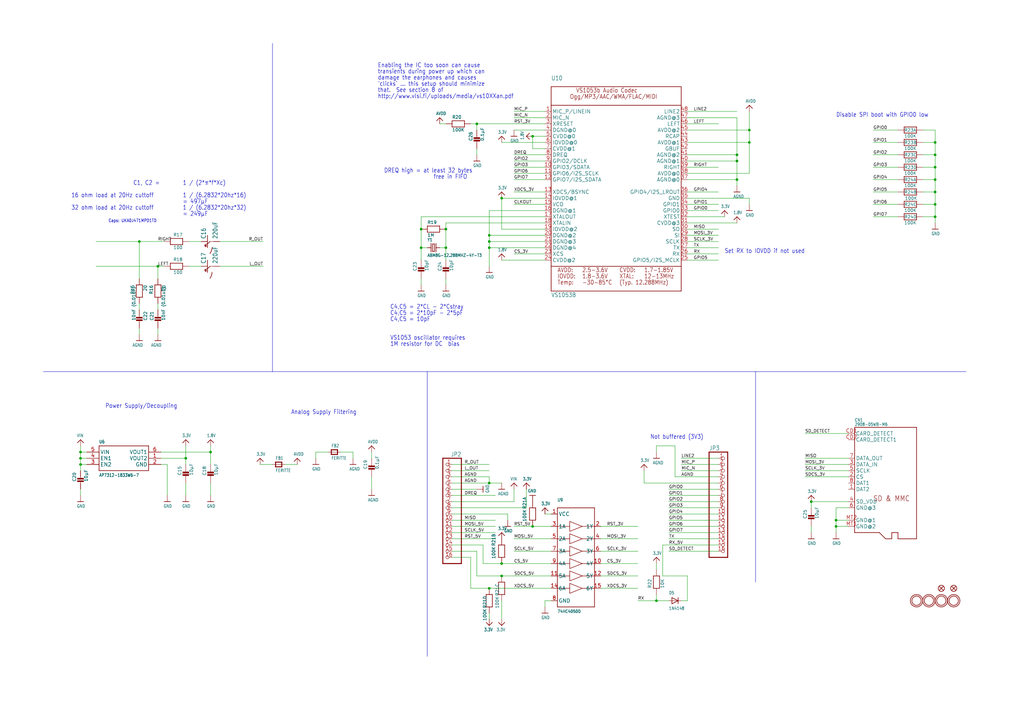
<source format=kicad_sch>
(kicad_sch (version 20250114) (generator "eeschema") (generator_version "9.0")
  (paper "A3")
  (text "Set RX to IOVDD if not used" (at 297.18 104.14 0) (effects (font (size 1.778 1.5113)) (justify left bottom)))
  (text "= 249µF" (at 74.93 88.9 0) (effects (font (size 1.778 1.5113)) (justify left bottom)))
  (text "1M resistor for DC  bias" (at 160.02 142.24 0) (effects (font (size 1.778 1.5113)) (justify left bottom)))
  (text "VS1053 oscillator requires" (at 160.02 139.7 0) (effects (font (size 1.778 1.5113)) (justify left bottom)))
  (text "'clicks' ... this setup should minimize" (at 154.94 35.56 0) (effects (font (size 1.778 1.5113)) (justify left bottom)))
  (text "C1, C2 =" (at 54.61 76.2 0) (effects (font (size 1.778 1.5113)) (justify left bottom)))
  (text "free in FIFO" (at 177.8 73.66 0) (effects (font (size 1.778 1.5113)) (justify left bottom)))
  (text "transients during power up which can" (at 154.94 30.48 0) (effects (font (size 1.778 1.5113)) (justify left bottom)))
  (text "16 ohm load at 20Hz cuttoff" (at 29.21 81.28 0) (effects (font (size 1.778 1.5113)) (justify left bottom)))
  (text "C4,C5 = 2*CL - 2*Cstray" (at 160.02 127 0) (effects (font (size 1.778 1.5113)) (justify left bottom)))
  (text "C4,C5 = 10pF" (at 160.02 132.08 0) (effects (font (size 1.778 1.5113)) (justify left bottom)))
  (text "Analog Supply Filtering" (at 119.38 170.18 0) (effects (font (size 1.778 1.5113)) (justify left bottom)))
  (text "http://www.vlsi.fi/uploads/media/vs10XXan.pdf" (at 154.94 40.64 0) (effects (font (size 1.778 1.5113)) (justify left bottom)))
  (text "1 / (6.2832*20hz*32)" (at 74.93 86.36 0) (effects (font (size 1.778 1.5113)) (justify left bottom)))
  (text "1 / (2*π*f*Xc)" (at 74.93 76.2 0) (effects (font (size 1.778 1.5113)) (justify left bottom)))
  (text "= 497µF" (at 74.93 83.82 0) (effects (font (size 1.778 1.5113)) (justify left bottom)))
  (text "C4,C5 = 2*10pF - 2*5pF" (at 160.02 129.54 0) (effects (font (size 1.778 1.5113)) (justify left bottom)))
  (text "damage the earphones and causes" (at 154.94 33.02 0) (effects (font (size 1.778 1.5113)) (justify left bottom)))
  (text "DREQ high = at least 32 bytes" (at 157.48 71.12 0) (effects (font (size 1.778 1.5113)) (justify left bottom)))
  (text "Not buffered (3V3)~{}" (at 266.7 180.34 0) (effects (font (size 1.778 1.5113)) (justify left bottom)))
  (text "1 / (6.2832*20hz*16)" (at 74.93 81.28 0) (effects (font (size 1.778 1.5113)) (justify left bottom)))
  (text "that.  See section 8 of" (at 154.94 38.1 0) (effects (font (size 1.778 1.5113)) (justify left bottom)))
  (text "Caps: UKA0J471MPD1TD" (at 44.45 91.44 0) (effects (font (size 1.27 1.0795)) (justify left bottom)))
  (text "Enabling the IC too soon can cause" (at 154.94 27.94 0) (effects (font (size 1.778 1.5113)) (justify left bottom)))
  (text "32 ohm load at 20Hz cuttoff" (at 29.21 86.36 0) (effects (font (size 1.778 1.5113)) (justify left bottom)))
  (text "Disable SPI boot with GPIO0 low" (at 342.9 48.26 0) (effects (font (size 1.778 1.5113)) (justify left bottom)))
  (text "Power Supply/Decoupling" (at 43.18 167.64 0) (effects (font (size 1.778 1.5113)) (justify left bottom)))
  (junction (at 342.9 215.9))
  (junction (at 64.77 109.22))
  (junction (at 302.26 73.66))
  (junction (at 205.74 236.22))
  (junction (at 76.2 187.96))
  (junction (at 302.26 66.04))
  (junction (at 307.34 53.34))
  (junction (at 383.54 78.74))
  (junction (at 307.34 58.42))
  (junction (at 383.54 83.82))
  (junction (at 200.66 96.52))
  (junction (at 269.24 246.38))
  (junction (at 200.66 241.3))
  (junction (at 172.72 101.6))
  (junction (at 342.9 213.36))
  (junction (at 218.44 55.88))
  (junction (at 332.74 205.74))
  (junction (at 182.88 101.6))
  (junction (at 33.02 190.5))
  (junction (at 218.44 215.9))
  (junction (at 200.66 198.12))
  (junction (at 86.36 185.42))
  (junction (at 302.26 63.5))
  (junction (at 383.54 88.9))
  (junction (at 33.02 185.42))
  (junction (at 195.58 50.8))
  (junction (at 383.54 58.42))
  (junction (at 205.74 81.28))
  (junction (at 383.54 73.66))
  (junction (at 172.72 93.98))
  (junction (at 33.02 187.96))
  (junction (at 57.15 99.06))
  (junction (at 182.88 93.98))
  (junction (at 383.54 68.58))
  (junction (at 200.66 101.6))
  (junction (at 200.66 99.06))
  (junction (at 383.54 63.5))
  (junction (at 205.74 231.14))
  (wire (pts (xy 200.66 86.36) (xy 200.66 96.52)) (stroke (width 0.1524)))
  (wire (pts (xy 281.94 106.68) (xy 294.64 106.68)) (stroke (width 0.1524)))
  (wire (pts (xy 200.66 195.58) (xy 200.66 198.12)) (stroke (width 0.1524)))
  (wire (pts (xy 185.42 215.9) (xy 203.2 215.9)) (stroke (width 0.1524)))
  (wire (pts (xy 185.42 203.2) (xy 203.2 203.2)) (stroke (width 0.1524)))
  (wire (pts (xy 76.2 187.96) (xy 76.2 190.5)) (stroke (width 0.1524)))
  (wire (pts (xy 271.78 236.22) (xy 271.78 223.52)) (stroke (width 0.1524)))
  (wire (pts (xy 226.06 220.98) (xy 210.82 220.98)) (stroke (width 0.1524)))
  (wire (pts (xy 378.46 53.34) (xy 383.54 53.34)) (stroke (width 0.1524)))
  (wire (pts (xy 368.3 63.5) (xy 358.14 63.5)) (stroke (width 0.1524)))
  (wire (pts (xy 302.26 63.5) (xy 302.26 66.04)) (stroke (width 0.1524)))
  (wire (pts (xy 347.98 187.96) (xy 330.2 187.96)) (stroke (width 0.1524)))
  (wire (pts (xy 205.74 236.22) (xy 195.58 236.22)) (stroke (width 0.1524)))
  (wire (pts (xy 302.26 66.04) (xy 302.26 73.66)) (stroke (width 0.1524)))
  (wire (pts (xy 223.52 45.72) (xy 210.82 45.72)) (stroke (width 0.1524)))
  (wire (pts (xy 358.14 78.74) (xy 368.3 78.74)) (stroke (width 0.1524)))
  (wire (pts (xy 200.66 99.06) (xy 200.66 101.6)) (stroke (width 0.1524)))
  (wire (pts (xy 368.3 83.82) (xy 358.14 83.82)) (stroke (width 0.1524)))
  (wire (pts (xy 383.54 53.34) (xy 383.54 58.42)) (stroke (width 0.1524)))
  (wire (pts (xy 66.04 190.5) (xy 68.58 190.5)) (stroke (width 0.1524)))
  (wire (pts (xy 358.14 53.34) (xy 368.3 53.34)) (stroke (width 0.1524)))
  (wire (pts (xy 294.64 226.06) (xy 274.32 226.06)) (stroke (width 0.1524)))
  (wire (pts (xy 223.52 83.82) (xy 210.82 83.82)) (stroke (width 0.1524)))
  (wire (pts (xy 358.14 58.42) (xy 368.3 58.42)) (stroke (width 0.1524)))
  (wire (pts (xy 281.94 99.06) (xy 294.64 99.06)) (stroke (width 0.1524)))
  (wire (pts (xy 378.46 83.82) (xy 383.54 83.82)) (stroke (width 0.1524)))
  (wire (pts (xy 281.94 83.82) (xy 294.64 83.82)) (stroke (width 0.1524)))
  (wire (pts (xy 342.9 213.36) (xy 342.9 215.9)) (stroke (width 0.1524)))
  (wire (pts (xy 302.26 73.66) (xy 302.26 76.2)) (stroke (width 0.1524)))
  (wire (pts (xy 378.46 73.66) (xy 383.54 73.66)) (stroke (width 0.1524)))
  (wire (pts (xy 378.46 58.42) (xy 383.54 58.42)) (stroke (width 0.1524)))
  (wire (pts (xy 185.42 218.44) (xy 203.2 218.44)) (stroke (width 0.1524)))
  (wire (pts (xy 35.56 187.96) (xy 33.02 187.96)) (stroke (width 0.1524)))
  (wire (pts (xy 144.78 185.42) (xy 144.78 187.96)) (stroke (width 0.1524)))
  (wire (pts (xy 106.68 190.5) (xy 111.76 190.5)) (stroke (width 0.1524)))
  (wire (pts (xy 77.47 109.22) (xy 82.55 109.22)) (stroke (width 0.1524)))
  (wire (pts (xy 139.7 185.42) (xy 144.78 185.42)) (stroke (width 0.1524)))
  (wire (pts (xy 76.2 187.96) (xy 76.2 182.88)) (stroke (width 0.1524)))
  (wire (pts (xy 347.98 205.74) (xy 332.74 205.74)) (stroke (width 0.1524)))
  (wire (pts (xy 86.36 185.42) (xy 86.36 190.5)) (stroke (width 0.1524)))
  (wire (pts (xy 383.54 68.58) (xy 383.54 73.66)) (stroke (width 0.1524)))
  (wire (pts (xy 182.88 50.8) (xy 180.34 50.8)) (stroke (width 0.1524)))
  (wire (pts (xy 294.64 213.36) (xy 274.32 213.36)) (stroke (width 0.1524)))
  (wire (pts (xy 223.52 78.74) (xy 210.82 78.74)) (stroke (width 0.1524)))
  (wire (pts (xy 307.34 53.34) (xy 307.34 58.42)) (stroke (width 0.1524)))
  (wire (pts (xy 342.9 215.9) (xy 342.9 218.44)) (stroke (width 0.1524)))
  (wire (pts (xy 223.52 48.26) (xy 210.82 48.26)) (stroke (width 0.1524)))
  (wire (pts (xy 347.98 190.5) (xy 330.2 190.5)) (stroke (width 0.1524)))
  (wire (pts (xy 269.24 182.88) (xy 269.24 185.42)) (stroke (width 0.1524)))
  (wire (pts (xy 200.66 241.3) (xy 193.04 241.3)) (stroke (width 0.1524)))
  (wire (pts (xy 205.74 93.98) (xy 205.74 81.28)) (stroke (width 0.1524)))
  (wire (pts (xy 383.54 63.5) (xy 383.54 68.58)) (stroke (width 0.1524)))
  (wire (pts (xy 223.52 53.34) (xy 210.82 53.34)) (stroke (width 0.1524)))
  (wire (pts (xy 281.94 236.22) (xy 271.78 236.22)) (stroke (width 0.1524)))
  (wire (pts (xy 172.72 101.6) (xy 172.72 106.68)) (stroke (width 0.1524)))
  (wire (pts (xy 33.02 185.42) (xy 33.02 182.88)) (stroke (width 0.1524)))
  (wire (pts (xy 281.94 81.28) (xy 307.34 81.28)) (stroke (width 0.1524)))
  (wire (pts (xy 246.38 241.3) (xy 261.62 241.3)) (stroke (width 0.1524)))
  (wire (pts (xy 264.16 193.04) (xy 264.16 198.12)) (stroke (width 0.1524)))
  (wire (pts (xy 347.98 195.58) (xy 330.2 195.58)) (stroke (width 0.1524)))
  (wire (pts (xy 86.36 198.12) (xy 86.36 203.2)) (stroke (width 0.1524)))
  (wire (pts (xy 358.14 73.66) (xy 368.3 73.66)) (stroke (width 0.1524)))
  (wire (pts (xy 195.58 60.96) (xy 195.58 63.5)) (stroke (width 0.1524)))
  (wire (pts (xy 193.04 241.3) (xy 193.04 228.6)) (stroke (width 0.1524)))
  (wire (pts (xy 64.77 124.46) (xy 64.77 127)) (stroke (width 0.1524)))
  (wire (pts (xy 68.58 190.5) (xy 68.58 203.2)) (stroke (width 0.1524)))
  (wire (pts (xy 116.84 190.5) (xy 121.92 190.5)) (stroke (width 0.1524)))
  (wire (pts (xy 195.58 200.66) (xy 185.42 200.66)) (stroke (width 0.1524)))
  (wire (pts (xy 307.34 45.72) (xy 307.34 53.34)) (stroke (width 0.1524)))
  (wire (pts (xy 180.34 101.6) (xy 182.88 101.6)) (stroke (width 0.1524)))
  (wire (pts (xy 218.44 60.96) (xy 218.44 55.88)) (stroke (width 0.1524)))
  (wire (pts (xy 264.16 198.12) (xy 294.64 198.12)) (stroke (width 0.1524)))
  (wire (pts (xy 185.42 208.28) (xy 215.9 208.28)) (stroke (width 0.1524)))
  (wire (pts (xy 33.02 190.5) (xy 33.02 187.96)) (stroke (width 0.1524)))
  (wire (pts (xy 35.56 190.5) (xy 33.02 190.5)) (stroke (width 0.1524)))
  (wire (pts (xy 223.52 55.88) (xy 218.44 55.88)) (stroke (width 0.1524)))
  (wire (pts (xy 281.94 48.26) (xy 302.26 48.26)) (stroke (width 0.1524)))
  (wire (pts (xy 67.31 109.22) (xy 64.77 109.22)) (stroke (width 0.1524)))
  (wire (pts (xy 152.4 195.58) (xy 152.4 200.66)) (stroke (width 0.1524)))
  (wire (pts (xy 195.58 226.06) (xy 185.42 226.06)) (stroke (width 0.1524)))
  (polyline (pts (xy 309.88 152.4) (xy 396.24 152.4)) (stroke (width 0.1524) (type solid)))
  (wire (pts (xy 210.82 215.9) (xy 218.44 215.9)) (stroke (width 0.1524)))
  (polyline (pts (xy 175.26 152.4) (xy 175.26 269.24)) (stroke (width 0.1524) (type solid)))
  (wire (pts (xy 205.74 231.14) (xy 198.12 231.14)) (stroke (width 0.1524)))
  (wire (pts (xy 383.54 83.82) (xy 383.54 88.9)) (stroke (width 0.1524)))
  (wire (pts (xy 383.54 58.42) (xy 383.54 63.5)) (stroke (width 0.1524)))
  (wire (pts (xy 347.98 213.36) (xy 342.9 213.36)) (stroke (width 0.1524)))
  (wire (pts (xy 281.94 73.66) (xy 302.26 73.66)) (stroke (width 0.1524)))
  (wire (pts (xy 347.98 215.9) (xy 342.9 215.9)) (stroke (width 0.1524)))
  (wire (pts (xy 246.38 231.14) (xy 261.62 231.14)) (stroke (width 0.1524)))
  (wire (pts (xy 281.94 50.8) (xy 294.64 50.8)) (stroke (width 0.1524)))
  (wire (pts (xy 185.42 198.12) (xy 200.66 198.12)) (stroke (width 0.1524)))
  (wire (pts (xy 307.34 58.42) (xy 307.34 71.12)) (stroke (width 0.1524)))
  (wire (pts (xy 64.77 134.62) (xy 64.77 137.16)) (stroke (width 0.1524)))
  (wire (pts (xy 67.31 99.06) (xy 57.15 99.06)) (stroke (width 0.1524)))
  (wire (pts (xy 195.58 50.8) (xy 193.04 50.8)) (stroke (width 0.1524)))
  (wire (pts (xy 281.94 58.42) (xy 307.34 58.42)) (stroke (width 0.1524)))
  (wire (pts (xy 378.46 78.74) (xy 383.54 78.74)) (stroke (width 0.1524)))
  (wire (pts (xy 378.46 88.9) (xy 383.54 88.9)) (stroke (width 0.1524)))
  (wire (pts (xy 383.54 78.74) (xy 383.54 83.82)) (stroke (width 0.1524)))
  (wire (pts (xy 347.98 177.8) (xy 330.2 177.8)) (stroke (width 0.1524)))
  (wire (pts (xy 218.44 215.9) (xy 226.06 215.9)) (stroke (width 0.1524)))
  (wire (pts (xy 307.34 81.28) (xy 307.34 83.82)) (stroke (width 0.1524)))
  (wire (pts (xy 223.52 73.66) (xy 210.82 73.66)) (stroke (width 0.1524)))
  (wire (pts (xy 226.06 226.06) (xy 210.82 226.06)) (stroke (width 0.1524)))
  (wire (pts (xy 276.86 182.88) (xy 276.86 195.58)) (stroke (width 0.1524)))
  (wire (pts (xy 200.66 96.52) (xy 200.66 99.06)) (stroke (width 0.1524)))
  (wire (pts (xy 281.94 68.58) (xy 294.64 68.58)) (stroke (width 0.1524)))
  (wire (pts (xy 226.06 231.14) (xy 205.74 231.14)) (stroke (width 0.1524)))
  (wire (pts (xy 175.26 101.6) (xy 172.72 101.6)) (stroke (width 0.1524)))
  (wire (pts (xy 223.52 86.36) (xy 200.66 86.36)) (stroke (width 0.1524)))
  (wire (pts (xy 294.64 220.98) (xy 274.32 220.98)) (stroke (width 0.1524)))
  (wire (pts (xy 129.54 187.96) (xy 129.54 185.42)) (stroke (width 0.1524)))
  (wire (pts (xy 90.17 99.06) (xy 107.95 99.06)) (stroke (width 0.1524)))
  (wire (pts (xy 223.52 50.8) (xy 195.58 50.8)) (stroke (width 0.1524)))
  (wire (pts (xy 223.52 93.98) (xy 205.74 93.98)) (stroke (width 0.1524)))
  (wire (pts (xy 294.64 215.9) (xy 274.32 215.9)) (stroke (width 0.1524)))
  (wire (pts (xy 294.64 187.96) (xy 279.4 187.96)) (stroke (width 0.1524)))
  (wire (pts (xy 152.4 185.42) (xy 152.4 187.96)) (stroke (width 0.1524)))
  (wire (pts (xy 281.94 78.74) (xy 294.64 78.74)) (stroke (width 0.1524)))
  (wire (pts (xy 195.58 50.8) (xy 195.58 53.34)) (stroke (width 0.1524)))
  (wire (pts (xy 208.28 210.82) (xy 208.28 213.36)) (stroke (width 0.1524)))
  (wire (pts (xy 246.38 226.06) (xy 261.62 226.06)) (stroke (width 0.1524)))
  (wire (pts (xy 76.2 198.12) (xy 76.2 203.2)) (stroke (width 0.1524)))
  (wire (pts (xy 223.52 63.5) (xy 210.82 63.5)) (stroke (width 0.1524)))
  (wire (pts (xy 182.88 93.98) (xy 182.88 101.6)) (stroke (width 0.1524)))
  (wire (pts (xy 57.15 134.62) (xy 57.15 137.16)) (stroke (width 0.1524)))
  (wire (pts (xy 269.24 246.38) (xy 261.62 246.38)) (stroke (width 0.1524)))
  (wire (pts (xy 223.52 58.42) (xy 205.74 58.42)) (stroke (width 0.1524)))
  (wire (pts (xy 368.3 88.9) (xy 358.14 88.9)) (stroke (width 0.1524)))
  (wire (pts (xy 281.94 53.34) (xy 307.34 53.34)) (stroke (width 0.1524)))
  (wire (pts (xy 66.04 187.96) (xy 76.2 187.96)) (stroke (width 0.1524)))
  (wire (pts (xy 281.94 246.38) (xy 281.94 236.22)) (stroke (width 0.1524)))
  (polyline (pts (xy 111.76 152.4) (xy 175.26 152.4)) (stroke (width 0.1524) (type solid)))
  (polyline (pts (xy 309.88 152.4) (xy 309.88 238.76)) (stroke (width 0.1524) (type solid)))
  (wire (pts (xy 294.64 218.44) (xy 274.32 218.44)) (stroke (width 0.1524)))
  (wire (pts (xy 246.38 236.22) (xy 261.62 236.22)) (stroke (width 0.1524)))
  (wire (pts (xy 261.62 220.98) (xy 246.38 220.98)) (stroke (width 0.1524)))
  (wire (pts (xy 378.46 63.5) (xy 383.54 63.5)) (stroke (width 0.1524)))
  (wire (pts (xy 64.77 109.22) (xy 39.37 109.22)) (stroke (width 0.1524)))
  (wire (pts (xy 223.52 96.52) (xy 200.66 96.52)) (stroke (width 0.1524)))
  (wire (pts (xy 281.94 63.5) (xy 302.26 63.5)) (stroke (width 0.1524)))
  (wire (pts (xy 281.94 88.9) (xy 297.18 88.9)) (stroke (width 0.1524)))
  (wire (pts (xy 226.06 210.82) (xy 223.52 210.82)) (stroke (width 0.1524)))
  (wire (pts (xy 281.94 91.44) (xy 302.26 91.44)) (stroke (width 0.1524)))
  (wire (pts (xy 185.42 210.82) (xy 208.28 210.82)) (stroke (width 0.1524)))
  (wire (pts (xy 129.54 185.42) (xy 134.62 185.42)) (stroke (width 0.1524)))
  (wire (pts (xy 200.66 198.12) (xy 205.74 198.12)) (stroke (width 0.1524)))
  (wire (pts (xy 182.88 91.44) (xy 182.88 93.98)) (stroke (width 0.1524)))
  (wire (pts (xy 57.15 124.46) (xy 57.15 127)) (stroke (width 0.1524)))
  (wire (pts (xy 33.02 190.5) (xy 33.02 193.04)) (stroke (width 0.1524)))
  (wire (pts (xy 269.24 246.38) (xy 269.24 243.84)) (stroke (width 0.1524)))
  (wire (pts (xy 294.64 208.28) (xy 274.32 208.28)) (stroke (width 0.1524)))
  (wire (pts (xy 223.52 246.38) (xy 223.52 248.92)) (stroke (width 0.1524)))
  (wire (pts (xy 223.52 68.58) (xy 210.82 68.58)) (stroke (width 0.1524)))
  (wire (pts (xy 33.02 187.96) (xy 33.02 185.42)) (stroke (width 0.1524)))
  (wire (pts (xy 57.15 99.06) (xy 57.15 114.3)) (stroke (width 0.1524)))
  (wire (pts (xy 279.4 190.5) (xy 294.64 190.5)) (stroke (width 0.1524)))
  (wire (pts (xy 185.42 190.5) (xy 200.66 190.5)) (stroke (width 0.1524)))
  (wire (pts (xy 383.54 88.9) (xy 383.54 91.44)) (stroke (width 0.1524)))
  (wire (pts (xy 35.56 185.42) (xy 33.02 185.42)) (stroke (width 0.1524)))
  (wire (pts (xy 64.77 109.22) (xy 64.77 114.3)) (stroke (width 0.1524)))
  (wire (pts (xy 182.88 101.6) (xy 182.88 106.68)) (stroke (width 0.1524)))
  (wire (pts (xy 226.06 241.3) (xy 200.66 241.3)) (stroke (width 0.1524)))
  (wire (pts (xy 226.06 246.38) (xy 223.52 246.38)) (stroke (width 0.1524)))
  (wire (pts (xy 279.4 246.38) (xy 281.94 246.38)) (stroke (width 0.1524)))
  (wire (pts (xy 342.9 208.28) (xy 342.9 213.36)) (stroke (width 0.1524)))
  (wire (pts (xy 368.3 68.58) (xy 358.14 68.58)) (stroke (width 0.1524)))
  (wire (pts (xy 347.98 208.28) (xy 342.9 208.28)) (stroke (width 0.1524)))
  (wire (pts (xy 223.52 88.9) (xy 172.72 88.9)) (stroke (width 0.1524)))
  (wire (pts (xy 172.72 114.3) (xy 172.72 116.84)) (stroke (width 0.1524)))
  (wire (pts (xy 200.66 251.46) (xy 200.66 254)) (stroke (width 0.1524)))
  (wire (pts (xy 281.94 86.36) (xy 294.64 86.36)) (stroke (width 0.1524)))
  (wire (pts (xy 246.38 215.9) (xy 261.62 215.9)) (stroke (width 0.1524)))
  (wire (pts (xy 281.94 66.04) (xy 302.26 66.04)) (stroke (width 0.1524)))
  (wire (pts (xy 57.15 99.06) (xy 39.37 99.06)) (stroke (width 0.1524)))
  (wire (pts (xy 185.42 195.58) (xy 200.66 195.58)) (stroke (width 0.1524)))
  (wire (pts (xy 198.12 223.52) (xy 185.42 223.52)) (stroke (width 0.1524)))
  (wire (pts (xy 294.64 205.74) (xy 274.32 205.74)) (stroke (width 0.1524)))
  (wire (pts (xy 223.52 60.96) (xy 218.44 60.96)) (stroke (width 0.1524)))
  (wire (pts (xy 378.46 68.58) (xy 383.54 68.58)) (stroke (width 0.1524)))
  (wire (pts (xy 223.52 99.06) (xy 200.66 99.06)) (stroke (width 0.1524)))
  (wire (pts (xy 281.94 71.12) (xy 307.34 71.12)) (stroke (width 0.1524)))
  (wire (pts (xy 269.24 182.88) (xy 276.86 182.88)) (stroke (width 0.1524)))
  (wire (pts (xy 203.2 213.36) (xy 185.42 213.36)) (stroke (width 0.1524)))
  (wire (pts (xy 226.06 236.22) (xy 205.74 236.22)) (stroke (width 0.1524)))
  (wire (pts (xy 294.64 195.58) (xy 276.86 195.58)) (stroke (width 0.1524)))
  (polyline (pts (xy 111.76 17.78) (xy 111.76 152.4)) (stroke (width 0.1524) (type solid)))
  (wire (pts (xy 198.12 231.14) (xy 198.12 223.52)) (stroke (width 0.1524)))
  (wire (pts (xy 210.82 205.74) (xy 210.82 200.66)) (stroke (width 0.1524)))
  (wire (pts (xy 172.72 88.9) (xy 172.72 93.98)) (stroke (width 0.1524)))
  (wire (pts (xy 294.64 210.82) (xy 274.32 210.82)) (stroke (width 0.1524)))
  (wire (pts (xy 215.9 208.28) (xy 215.9 200.66)) (stroke (width 0.1524)))
  (wire (pts (xy 195.58 236.22) (xy 195.58 226.06)) (stroke (width 0.1524)))
  (wire (pts (xy 185.42 220.98) (xy 203.2 220.98)) (stroke (width 0.1524)))
  (wire (pts (xy 274.32 246.38) (xy 269.24 246.38)) (stroke (width 0.1524)))
  (wire (pts (xy 185.42 193.04) (xy 200.66 193.04)) (stroke (width 0.1524)))
  (wire (pts (xy 66.04 185.42) (xy 86.36 185.42)) (stroke (width 0.1524)))
  (wire (pts (xy 77.47 99.06) (xy 82.55 99.06)) (stroke (width 0.1524)))
  (wire (pts (xy 185.42 205.74) (xy 210.82 205.74)) (stroke (width 0.1524)))
  (polyline (pts (xy 17.78 152.4) (xy 111.76 152.4)) (stroke (width 0.1524) (type solid)))
  (wire (pts (xy 347.98 193.04) (xy 330.2 193.04)) (stroke (width 0.1524)))
  (wire (pts (xy 223.52 91.44) (xy 182.88 91.44)) (stroke (width 0.1524)))
  (wire (pts (xy 223.52 71.12) (xy 210.82 71.12)) (stroke (width 0.1524)))
  (wire (pts (xy 269.24 233.68) (xy 269.24 231.14)) (stroke (width 0.1524)))
  (wire (pts (xy 200.66 101.6) (xy 200.66 109.22)) (stroke (width 0.1524)))
  (wire (pts (xy 223.52 104.14) (xy 210.82 104.14)) (stroke (width 0.1524)))
  (wire (pts (xy 172.72 93.98) (xy 172.72 101.6)) (stroke (width 0.1524)))
  (wire (pts (xy 332.74 205.74) (xy 332.74 208.28)) (stroke (width 0.1524)))
  (wire (pts (xy 279.4 193.04) (xy 294.64 193.04)) (stroke (width 0.1524)))
  (wire (pts (xy 383.54 73.66) (xy 383.54 78.74)) (stroke (width 0.1524)))
  (wire (pts (xy 294.64 223.52) (xy 271.78 223.52)) (stroke (width 0.1524)))
  (wire (pts (xy 90.17 109.22) (xy 107.95 109.22)) (stroke (width 0.1524)))
  (wire (pts (xy 294.64 203.2) (xy 274.32 203.2)) (stroke (width 0.1524)))
  (wire (pts (xy 332.74 215.9) (xy 332.74 218.44)) (stroke (width 0.1524)))
  (wire (pts (xy 223.52 81.28) (xy 205.74 81.28)) (stroke (width 0.1524)))
  (wire (pts (xy 182.88 114.3) (xy 182.88 116.84)) (stroke (width 0.1524)))
  (wire (pts (xy 294.64 200.66) (xy 274.32 200.66)) (stroke (width 0.1524)))
  (wire (pts (xy 33.02 200.66) (xy 33.02 203.2)) (stroke (width 0.1524)))
  (wire (pts (xy 281.94 93.98) (xy 294.64 93.98)) (stroke (width 0.1524)))
  (wire (pts (xy 223.52 106.68) (xy 205.74 106.68)) (stroke (width 0.1524)))
  (wire (pts (xy 302.26 48.26) (xy 302.26 63.5)) (stroke (width 0.1524)))
  (polyline (pts (xy 175.26 152.4) (xy 309.88 152.4)) (stroke (width 0.1524) (type solid)))
  (wire (pts (xy 281.94 104.14) (xy 294.64 104.14)) (stroke (width 0.1524)))
  (wire (pts (xy 223.52 101.6) (xy 200.66 101.6)) (stroke (width 0.1524)))
  (wire (pts (xy 281.94 101.6) (xy 294.64 101.6)) (stroke (width 0.1524)))
  (wire (pts (xy 86.36 185.42) (xy 86.36 182.88)) (stroke (width 0.1524)))
  (wire (pts (xy 223.52 66.04) (xy 210.82 66.04)) (stroke (width 0.1524)))
  (wire (pts (xy 281.94 96.52) (xy 294.64 96.52)) (stroke (width 0.1524)))
  (wire (pts (xy 281.94 45.72) (xy 302.26 45.72)) (stroke (width 0.1524)))
  (wire (pts (xy 193.04 228.6) (xy 185.42 228.6)) (stroke (width 0.1524)))
  (wire (pts (xy 205.74 246.38) (xy 205.74 254)) (stroke (width 0.1524)))
  (label "RST_3V" (at 210.82 50.8 0) (effects (font (size 1.2446 1.2446))))
  (label "RX" (at 284.48 104.14 0) (effects (font (size 1.2446 1.2446))))
  (label "AGND" (at 190.5 198.12 0) (effects (font (size 1.2446 1.2446))))
  (label "GPIO4" (at 358.14 73.66 0) (effects (font (size 1.2446 1.2446))))
  (label "MIC_P" (at 279.4 190.5 0) (effects (font (size 1.2446 1.2446))))
  (label "SCLK_5V" (at 190.5 218.44 0) (effects (font (size 1.2446 1.2446))))
  (label "GPIO0" (at 358.14 53.34 0) (effects (font (size 1.2446 1.2446))))
  (label "DREQ" (at 210.82 63.5 0) (effects (font (size 1.2446 1.2446))))
  (label "MOSI_5V" (at 210.82 220.98 0) (effects (font (size 1.2446 1.2446))))
  (label "GPIO0" (at 274.32 200.66 0) (effects (font (size 1.2446 1.2446))))
  (label "SDCS_5V" (at 210.82 236.22 0) (effects (font (size 1.2446 1.2446))))
  (label "R_OUT" (at 107.95 99.06 180) (effects (font (size 1.2446 1.2446))))
  (label "GPIO5" (at 284.48 106.68 0) (effects (font (size 1.2446 1.2446))))
  (label "GPIO3" (at 274.32 208.28 0) (effects (font (size 1.2446 1.2446))))
  (label "GPIO2" (at 358.14 63.5 0) (effects (font (size 1.2446 1.2446))))
  (label "RIGHT" (at 284.48 68.58 0) (effects (font (size 1.2446 1.2446))))
  (label "RX" (at 261.62 246.38 0) (effects (font (size 1.2446 1.2446))))
  (label "AGND" (at 279.4 195.58 0) (effects (font (size 1.2446 1.2446))))
  (label "MOSI_5V" (at 190.5 215.9 0) (effects (font (size 1.2446 1.2446))))
  (label "SD_DETECT" (at 330.2 177.8 0) (effects (font (size 1.2446 1.2446))))
  (label "SDCS_3V" (at 330.2 195.58 0) (effects (font (size 1.2446 1.2446))))
  (label "SCLK_3V" (at 284.48 99.06 0) (effects (font (size 1.2446 1.2446))))
  (label "LINE2" (at 284.48 45.72 0) (effects (font (size 1.2446 1.2446))))
  (label "MIC_N" (at 279.4 193.04 0) (effects (font (size 1.2446 1.2446))))
  (label "GPIO2" (at 210.82 66.04 0) (effects (font (size 1.2446 1.2446))))
  (label "SCLK_3V" (at 330.2 193.04 0) (effects (font (size 1.2446 1.2446))))
  (label "GPIO1" (at 284.48 83.82 0) (effects (font (size 1.2446 1.2446))))
  (label "GPIO7" (at 274.32 218.44 0) (effects (font (size 1.2446 1.2446))))
  (label "GPIO1" (at 274.32 203.2 0) (effects (font (size 1.2446 1.2446))))
  (label "SD_DETECT" (at 274.32 226.06 0) (effects (font (size 1.2446 1.2446))))
  (label "MISO" (at 190.5 213.36 0) (effects (font (size 1.2446 1.2446))))
  (label "GPIO7" (at 210.82 73.66 0) (effects (font (size 1.2446 1.2446))))
  (label "GPIO0" (at 284.48 86.36 0) (effects (font (size 1.2446 1.2446))))
  (label "GPIO6" (at 358.14 83.82 0) (effects (font (size 1.2446 1.2446))))
  (label "GPIO4" (at 274.32 210.82 0) (effects (font (size 1.2446 1.2446))))
  (label "GPIO5" (at 358.14 78.74 0) (effects (font (size 1.2446 1.2446))))
  (label "RX_5V" (at 274.32 223.52 0) (effects (font (size 1.2446 1.2446))))
  (label "L_OUT" (at 190.5 193.04 0) (effects (font (size 1.2446 1.2446))))
  (label "XDCS_3V" (at 248.92 241.3 0) (effects (font (size 1.2446 1.2446))))
  (label "R_OUT" (at 190.5 190.5 0) (effects (font (size 1.2446 1.2446))))
  (label "GPIO3" (at 358.14 68.58 0) (effects (font (size 1.2446 1.2446))))
  (label "MIC_N" (at 210.82 48.26 0) (effects (font (size 1.2446 1.2446))))
  (label "XDCS_5V" (at 210.82 241.3 0) (effects (font (size 1.2446 1.2446))))
  (label "SDCS_3V" (at 248.92 236.22 0) (effects (font (size 1.2446 1.2446))))
  (label "MISO" (at 284.48 93.98 0) (effects (font (size 1.2446 1.2446))))
  (label "TX" (at 284.48 101.6 0) (effects (font (size 1.2446 1.2446))))
  (label "CS_5V" (at 210.82 231.14 0) (effects (font (size 1.2446 1.2446))))
  (label "SCLK_3V" (at 248.92 226.06 0) (effects (font (size 1.2446 1.2446))))
  (label "GPIO1" (at 358.14 58.42 0) (effects (font (size 1.2446 1.2446))))
  (label "RST_5V" (at 210.82 215.9 0) (effects (font (size 1.2446 1.2446))))
  (label "GPIO5" (at 274.32 213.36 0) (effects (font (size 1.2446 1.2446))))
  (label "XDCS_3V" (at 210.82 78.74 0) (effects (font (size 1.2446 1.2446))))
  (label "GPIO7" (at 358.14 88.9 0) (effects (font (size 1.2446 1.2446))))
  (label "DREQ" (at 190.5 203.2 0) (effects (font (size 1.2446 1.2446))))
  (label "AGND" (at 190.5 195.58 0) (effects (font (size 1.2446 1.2446))))
  (label "LEFT" (at 64.77 109.22 0) (effects (font (size 1.2446 1.2446))))
  (label "RST_5V" (at 190.5 220.98 0) (effects (font (size 1.2446 1.2446))))
  (label "LEFT" (at 284.48 50.8 0) (effects (font (size 1.2446 1.2446))))
  (label "MOSI_3V" (at 284.48 96.52 0) (effects (font (size 1.2446 1.2446))))
  (label "CS_3V" (at 210.82 104.14 0) (effects (font (size 1.2446 1.2446))))
  (label "CLKOUT" (at 210.82 83.82 0) (effects (font (size 1.2446 1.2446))))
  (label "GPIO3" (at 210.82 68.58 0) (effects (font (size 1.2446 1.2446))))
  (label "GPIO6" (at 274.32 215.9 0) (effects (font (size 1.2446 1.2446))))
  (label "RST_3V" (at 248.92 215.9 0) (effects (font (size 1.2446 1.2446))))
  (label "LINE2" (at 279.4 187.96 0) (effects (font (size 1.2446 1.2446))))
  (label "SCLK_5V" (at 210.82 226.06 0) (effects (font (size 1.2446 1.2446))))
  (label "GPIO2" (at 274.32 205.74 0) (effects (font (size 1.2446 1.2446))))
  (label "RIGHT" (at 64.77 99.06 0) (effects (font (size 1.2446 1.2446))))
  (label "TX" (at 274.32 220.98 0) (effects (font (size 1.2446 1.2446))))
  (label "GPIO4" (at 284.48 78.74 0) (effects (font (size 1.2446 1.2446))))
  (label "MISO" (at 330.2 187.96 0) (effects (font (size 1.2446 1.2446))))
  (label "MOSI_3V" (at 330.2 190.5 0) (effects (font (size 1.2446 1.2446))))
  (label "CS_3V" (at 248.92 231.14 0) (effects (font (size 1.2446 1.2446))))
  (label "GPIO6" (at 210.82 71.12 0) (effects (font (size 1.2446 1.2446))))
  (label "MIC_P" (at 210.82 45.72 0) (effects (font (size 1.2446 1.2446))))
  (label "L_OUT" (at 107.95 109.22 180) (effects (font (size 1.2446 1.2446))))
  (label "MOSI_3V" (at 248.92 220.98 0) (effects (font (size 1.2446 1.2446))))
  (symbol (lib_id "Untitled-eagle-import:FERRITE_0805MP") (at 137.16 185.42 0) (unit 1)
    (property "Reference" "FB2" (at 135.89 183.515 0) (effects (font (size 1.27 1.0795)) (justify left bottom)))
    (property "Value" "FERITTE" (at 135.89 188.595 0) (effects (font (size 1.27 1.0795)) (justify left bottom)))
    (property "Footprint" "Untitled:_0805MP" (effects (hide yes)))
  )
  (symbol (lib_id "Untitled-eagle-import:FIDUCIAL{dblquote}{dblquote}") (at 386.08 241.3 0) (unit 1)
    (property "Reference" "FID2" (effects (hide yes)))
    (property "Value" "FIDUCIAL{dblquote}{dblquote}" (effects (hide yes)))
    (property "Footprint" "Untitled:FIDUCIAL_1MM" (effects (hide yes)))
  )
  (symbol (lib_id "Untitled-eagle-import:74HC4050D") (at 236.22 228.6 0) (unit 1)
    (property "Reference" "U9" (at 228.6 205.74 0) (effects (font (size 1.27 1.0795)) (justify left bottom)))
    (property "Value" "74HC4050D" (at 228.6 251.46 0) (effects (font (size 1.27 1.0795)) (justify left bottom)))
    (property "Footprint" "Untitled:SOIC16" (effects (hide yes)))
  )
  (symbol (lib_id "Untitled-eagle-import:RESISTOR_0805MP") (at 57.15 119.38 90) (mirror x) (unit 1)
    (property "Reference" "R15" (at 55.118 116.84 0) (effects (justify left bottom)))
    (property "Value" "20" (at 60.325 116.84 0) (effects (justify left bottom)))
    (property "Footprint" "Untitled:_0805MP" (effects (hide yes)))
  )
  (symbol (lib_id "Untitled-eagle-import:CPOL-USC") (at 85.09 109.22 90) (unit 1)
    (property "Reference" "C17" (at 84.455 108.204 0) (effects (font (size 1.778 1.5113)) (justify left bottom)))
    (property "Value" "220uF" (at 89.281 108.204 0) (effects (font (size 1.778 1.5113)) (justify left bottom)))
    (property "Footprint" "Untitled:PANASONIC_C" (effects (hide yes)))
  )
  (symbol (lib_id "Untitled-eagle-import:VS1053B") (at 251.46 76.2 0) (unit 1)
    (property "Reference" "U10" (at 226.06 33.02 0) (effects (font (size 1.778 1.5113)) (justify left bottom)))
    (property "Value" "VS1053B" (at 226.06 121.92 0) (effects (font (size 1.778 1.5113)) (justify left bottom)))
    (property "Footprint" "Untitled:LQFP48" (effects (hide yes)))
  )
  (symbol (lib_id "Untitled-eagle-import:3.3V") (at 205.74 55.88 0) (unit 1)
    (property "Reference" "#U$010" (effects (hide yes)))
    (property "Value" "3.3V" (at 204.216 54.864 0) (effects (font (size 1.27 1.0795)) (justify left bottom)))
  )
  (symbol (lib_id "Untitled-eagle-import:GND") (at 200.66 111.76 0) (unit 1)
    (property "Reference" "#U$09" (effects (hide yes)))
    (property "Value" "GND" (at 199.136 114.3 0) (effects (font (size 1.27 1.0795)) (justify left bottom)))
  )
  (symbol (lib_id "Untitled-eagle-import:AVDD") (at 121.92 187.96 0) (unit 1)
    (property "Reference" "#U$04" (effects (hide yes)))
    (property "Value" "AVDD" (at 120.396 186.944 0) (effects (font (size 1.27 1.0795)) (justify left bottom)))
  )
  (symbol (lib_id "Untitled-eagle-import:AGND") (at 144.78 190.5 0) (unit 1)
    (property "Reference" "#U$019" (effects (hide yes)))
    (property "Value" "AGND" (at 143.256 193.04 0) (effects (font (size 1.27 1.0795)) (justify left bottom)))
  )
  (symbol (lib_id "Untitled-eagle-import:VIN") (at 210.82 198.12 0) (unit 1)
    (property "Reference" "#U$045" (effects (hide yes)))
    (property "Value" "VIN" (at 209.296 197.104 0) (effects (font (size 1.27 1.0795)) (justify left bottom)))
  )
  (symbol (lib_id "Untitled-eagle-import:GND") (at 195.58 66.04 0) (unit 1)
    (property "Reference" "#U$046" (effects (hide yes)))
    (property "Value" "GND" (at 194.056 68.58 0) (effects (font (size 1.27 1.0795)) (justify left bottom)))
  )
  (symbol (lib_id "Untitled-eagle-import:CAP_CERAMIC_0805MP") (at 76.2 195.58 0) (unit 1)
    (property "Reference" "C15" (at 74.41 195.04 90) (effects (justify left bottom)))
    (property "Value" "10µF" (at 79.2 195.04 90) (effects (justify left bottom)))
    (property "Footprint" "Untitled:_0805MP" (effects (hide yes)))
  )
  (symbol (lib_id "Untitled-eagle-import:CRYSTAL3.2X2.5") (at 177.8 101.6 0) (unit 1)
    (property "Reference" "Y1" (at 175.26 99.06 0) (effects (font (size 1.27 1.0795)) (justify left bottom)))
    (property "Value" "ABM8G-12.288MHZ-4Y-T3" (at 175.26 105.41 0) (effects (font (size 1.27 1.0795)) (justify left bottom)))
    (property "Footprint" "Untitled:CRYSTAL_3.2X2.5" (effects (hide yes)))
  )
  (symbol (lib_id "Untitled-eagle-import:FERRITE_0805MP") (at 114.3 190.5 0) (unit 1)
    (property "Reference" "FB1" (at 113.03 188.595 0) (effects (font (size 1.27 1.0795)) (justify left bottom)))
    (property "Value" "FERITTE" (at 113.03 193.675 0) (effects (font (size 1.27 1.0795)) (justify left bottom)))
    (property "Footprint" "Untitled:_0805MP" (effects (hide yes)))
  )
  (symbol (lib_id "Untitled-eagle-import:3.3V") (at 297.18 86.36 0) (unit 1)
    (property "Reference" "#U$029" (effects (hide yes)))
    (property "Value" "3.3V" (at 295.656 85.344 0) (effects (font (size 1.27 1.0795)) (justify left bottom)))
  )
  (symbol (lib_id "Untitled-eagle-import:3.3V") (at 215.9 198.12 0) (unit 1)
    (property "Reference" "#U$043" (effects (hide yes)))
    (property "Value" "3.3V" (at 214.376 197.104 0) (effects (font (size 1.27 1.0795)) (justify left bottom)))
  )
  (symbol (lib_id "Untitled-eagle-import:RESISTOR0805_NOOUTLINE") (at 269.24 238.76 90) (unit 1)
    (property "Reference" "R22" (at 267.208 241.3 0) (effects (justify left bottom)))
    (property "Value" "10K" (at 272.415 241.3 0) (effects (justify left bottom)))
    (property "Footprint" "Untitled:0805-NO" (effects (hide yes)))
  )
  (symbol (lib_id "Untitled-eagle-import:RESISTOR_0805MP") (at 64.77 119.38 90) (mirror x) (unit 1)
    (property "Reference" "R16" (at 62.738 116.84 0) (effects (justify left bottom)))
    (property "Value" "20" (at 67.945 116.84 0) (effects (justify left bottom)))
    (property "Footprint" "Untitled:_0805MP" (effects (hide yes)))
  )
  (symbol (lib_id "Untitled-eagle-import:RESISTOR_4PACK") (at 373.38 83.82 0) (unit 3)
    (property "Reference" "R24" (at 370.84 84.582 0) (effects (justify left bottom)))
    (property "Value" "100K" (at 370.84 86.995 0) (effects (justify left bottom)))
    (property "Footprint" "Untitled:RESPACK_4X0603" (effects (hide yes)))
  )
  (symbol (lib_id "Untitled-eagle-import:CAP_CERAMIC_0805MP") (at 33.02 198.12 0) (unit 1)
    (property "Reference" "C20" (at 31.23 197.58 90) (effects (justify left bottom)))
    (property "Value" "10µF" (at 36.02 197.58 90) (effects (justify left bottom)))
    (property "Footprint" "Untitled:_0805MP" (effects (hide yes)))
  )
  (symbol (lib_id "Untitled-eagle-import:CAP_CERAMIC_0805MP") (at 57.15 132.08 0) (mirror y) (unit 1)
    (property "Reference" "C22" (at 58.94 131.54 90) (effects (justify left bottom)))
    (property "Value" "10nF (0.01uF)" (at 54.15 131.54 90) (effects (justify left bottom)))
    (property "Footprint" "Untitled:_0805MP" (effects (hide yes)))
  )
  (symbol (lib_id "Untitled-eagle-import:RESISTOR_0805MP") (at 187.96 50.8 0) (unit 1)
    (property "Reference" "R20" (at 185.42 48.768 0) (effects (justify left bottom)))
    (property "Value" "100K" (at 185.42 53.975 0) (effects (justify left bottom)))
    (property "Footprint" "Untitled:_0805MP" (effects (hide yes)))
  )
  (symbol (lib_id "Untitled-eagle-import:MICROSD") (at 363.22 195.58 0) (unit 1)
    (property "Reference" "CN1" (at 350.52 172.974 0) (effects (font (size 1.27 1.0795)) (justify left bottom)))
    (property "Value" "2908-05WB-M6" (at 350.52 174.752 0) (effects (font (size 1.27 1.0795)) (justify left bottom)))
    (property "Footprint" "Untitled:MICROSD" (effects (hide yes)))
  )
  (symbol (lib_id "Untitled-eagle-import:3.3V") (at 205.74 78.74 0) (unit 1)
    (property "Reference" "#U$08" (effects (hide yes)))
    (property "Value" "3.3V" (at 204.216 77.724 0) (effects (font (size 1.27 1.0795)) (justify left bottom)))
  )
  (symbol (lib_id "Untitled-eagle-import:RESISTOR_4PACK") (at 373.38 68.58 0) (unit 4)
    (property "Reference" "R23" (at 370.84 69.342 0) (effects (justify left bottom)))
    (property "Value" "100K" (at 370.84 71.755 0) (effects (justify left bottom)))
    (property "Footprint" "Untitled:RESPACK_4X0603" (effects (hide yes)))
  )
  (symbol (lib_id "Untitled-eagle-import:RESISTOR_4PACK") (at 373.38 63.5 0) (unit 3)
    (property "Reference" "R23" (at 370.84 64.262 0) (effects (justify left bottom)))
    (property "Value" "100K" (at 370.84 66.675 0) (effects (justify left bottom)))
    (property "Footprint" "Untitled:RESPACK_4X0603" (effects (hide yes)))
  )
  (symbol (lib_id "Untitled-eagle-import:CAP_CERAMIC_0805MP") (at 64.77 132.08 0) (unit 1)
    (property "Reference" "C21" (at 62.98 131.54 90) (effects (justify left bottom)))
    (property "Value" "10nF (0.01uF)" (at 67.77 131.54 90) (effects (justify left bottom)))
    (property "Footprint" "Untitled:_0805MP" (effects (hide yes)))
  )
  (symbol (lib_id "Untitled-eagle-import:AGND") (at 64.77 139.7 0) (mirror y) (unit 1)
    (property "Reference" "#U$040" (effects (hide yes)))
    (property "Value" "AGND" (at 66.294 142.24 0) (effects (font (size 1.27 1.0795)) (justify left bottom)))
  )
  (symbol (lib_id "Untitled-eagle-import:RESISTOR_4PACK") (at 373.38 73.66 0) (unit 1)
    (property "Reference" "R24" (at 370.84 74.422 0) (effects (justify left bottom)))
    (property "Value" "100K" (at 370.84 76.835 0) (effects (justify left bottom)))
    (property "Footprint" "Untitled:RESPACK_4X0603" (effects (hide yes)))
  )
  (symbol (lib_id "Untitled-eagle-import:RESISTOR_0805MP") (at 72.39 109.22 0) (mirror y) (unit 1)
    (property "Reference" "R18" (at 74.93 107.188 0) (effects (justify left bottom)))
    (property "Value" "100" (at 74.93 112.395 0) (effects (justify left bottom)))
    (property "Footprint" "Untitled:_0805MP" (effects (hide yes)))
  )
  (symbol (lib_id "Untitled-eagle-import:MOUNTINGHOLE3.0THIN") (at 386.08 246.38 0) (unit 1)
    (property "Reference" "U$51" (effects (hide yes)))
    (property "Value" "MOUNTINGHOLE3.0THIN" (effects (hide yes)))
    (property "Footprint" "Untitled:MOUNTINGHOLE_3.0_PLATEDTHIN" (effects (hide yes)))
  )
  (symbol (lib_id "Untitled-eagle-import:3.3V") (at 76.2 180.34 0) (unit 1)
    (property "Reference" "#U$03" (effects (hide yes)))
    (property "Value" "3.3V" (at 74.676 179.324 0) (effects (font (size 1.27 1.0795)) (justify left bottom)))
  )
  (symbol (lib_id "Untitled-eagle-import:3.3V") (at 205.74 256.54 180) (unit 1)
    (property "Reference" "#U$054" (effects (hide yes)))
    (property "Value" "3.3V" (at 207.264 257.556 0) (effects (font (size 1.27 1.0795)) (justify left bottom)))
  )
  (symbol (lib_id "Untitled-eagle-import:CAP_CERAMIC_0805MP") (at 152.4 193.04 0) (unit 1)
    (property "Reference" "C19" (at 150.61 192.5 90) (effects (justify left bottom)))
    (property "Value" "0.1µF" (at 155.4 192.5 90) (effects (justify left bottom)))
    (property "Footprint" "Untitled:_0805MP" (effects (hide yes)))
  )
  (symbol (lib_id "Untitled-eagle-import:RESISTOR_4PACK") (at 200.66 246.38 270) (unit 4)
    (property "Reference" "R21" (at 198.12 244.348 0) (effects (justify left bottom)))
    (property "Value" "100K" (at 198.12 249.555 0) (effects (justify left bottom)))
    (property "Footprint" "Untitled:RESPACK_4X0603" (effects (hide yes)))
  )
  (symbol (lib_id "Untitled-eagle-import:GND") (at 342.9 220.98 0) (unit 1)
    (property "Reference" "#U$035" (effects (hide yes)))
    (property "Value" "GND" (at 341.376 223.52 0) (effects (font (size 1.27 1.0795)) (justify left bottom)))
  )
  (symbol (lib_id "Untitled-eagle-import:GND") (at 198.12 200.66 90) (unit 1)
    (property "Reference" "#U$057" (effects (hide yes)))
    (property "Value" "GND" (at 200.66 202.184 0) (effects (font (size 1.27 1.0795)) (justify left bottom)))
  )
  (symbol (lib_id "Untitled-eagle-import:3.3V") (at 205.74 218.44 0) (unit 1)
    (property "Reference" "#U$022" (effects (hide yes)))
    (property "Value" "3.3V" (at 204.216 217.424 0) (effects (font (size 1.27 1.0795)) (justify left bottom)))
  )
  (symbol (lib_id "Untitled-eagle-import:GND") (at 210.82 55.88 0) (unit 1)
    (property "Reference" "#U$014" (effects (hide yes)))
    (property "Value" "GND" (at 209.296 58.42 0) (effects (font (size 1.27 1.0795)) (justify left bottom)))
  )
  (symbol (lib_id "Untitled-eagle-import:3.3V") (at 269.24 228.6 0) (unit 1)
    (property "Reference" "#U$056" (effects (hide yes)))
    (property "Value" "3.3V" (at 267.716 227.584 0) (effects (font (size 1.27 1.0795)) (justify left bottom)))
  )
  (symbol (lib_id "Untitled-eagle-import:GND") (at 129.54 190.5 0) (unit 1)
    (property "Reference" "#U$020" (effects (hide yes)))
    (property "Value" "GND" (at 128.016 193.04 0) (effects (font (size 1.27 1.0795)) (justify left bottom)))
  )
  (symbol (lib_id "Untitled-eagle-import:AVDD") (at 307.34 43.18 0) (unit 1)
    (property "Reference" "#U$015" (effects (hide yes)))
    (property "Value" "AVDD" (at 305.816 42.164 0) (effects (font (size 1.27 1.0795)) (justify left bottom)))
  )
  (symbol (lib_id "Untitled-eagle-import:RESISTOR_4PACK") (at 205.74 241.3 270) (unit 3)
    (property "Reference" "R21" (at 203.2 239.268 0) (effects (justify left bottom)))
    (property "Value" "100K" (at 203.2 244.475 0) (effects (justify left bottom)))
    (property "Footprint" "Untitled:RESPACK_4X0603" (effects (hide yes)))
  )
  (symbol (lib_id "Untitled-eagle-import:MOUNTINGHOLE3.0THIN") (at 391.16 246.38 0) (unit 1)
    (property "Reference" "U$50" (effects (hide yes)))
    (property "Value" "MOUNTINGHOLE3.0THIN" (effects (hide yes)))
    (property "Footprint" "Untitled:MOUNTINGHOLE_3.0_PLATEDTHIN" (effects (hide yes)))
  )
  (symbol (lib_id "Untitled-eagle-import:RESISTOR_4PACK") (at 218.44 210.82 90) (unit 1)
    (property "Reference" "R21" (at 215.9 208.788 0) (effects (justify left bottom)))
    (property "Value" "100K" (at 215.9 213.995 0) (effects (justify left bottom)))
    (property "Footprint" "Untitled:RESPACK_4X0603" (effects (hide yes)))
  )
  (symbol (lib_id "Untitled-eagle-import:GND") (at 172.72 119.38 0) (unit 1)
    (property "Reference" "#U$025" (effects (hide yes)))
    (property "Value" "GND" (at 171.196 121.92 0) (effects (font (size 1.27 1.0795)) (justify left bottom)))
  )
  (symbol (lib_id "Untitled-eagle-import:AGND") (at 269.24 187.96 0) (unit 1)
    (property "Reference" "#U$048" (effects (hide yes)))
    (property "Value" "AGND" (at 267.716 190.5 0) (effects (font (size 1.27 1.0795)) (justify left bottom)))
  )
  (symbol (lib_id "Untitled-eagle-import:MOUNTINGHOLE3.0THIN") (at 381 246.38 0) (unit 1)
    (property "Reference" "U$52" (effects (hide yes)))
    (property "Value" "MOUNTINGHOLE3.0THIN" (effects (hide yes)))
    (property "Footprint" "Untitled:MOUNTINGHOLE_3.0_PLATEDTHIN" (effects (hide yes)))
  )
  (symbol (lib_id "Untitled-eagle-import:GND") (at 383.54 93.98 0) (unit 1)
    (property "Reference" "#U$049" (effects (hide yes)))
    (property "Value" "GND" (at 382.016 96.52 0) (effects (font (size 1.27 1.0795)) (justify left bottom)))
  )
  (symbol (lib_id "Untitled-eagle-import:CPOL-USC") (at 85.09 99.06 90) (unit 1)
    (property "Reference" "C16" (at 84.455 98.044 0) (effects (font (size 1.778 1.5113)) (justify left bottom)))
    (property "Value" "220uF" (at 89.281 98.044 0) (effects (font (size 1.778 1.5113)) (justify left bottom)))
    (property "Footprint" "Untitled:PANASONIC_C" (effects (hide yes)))
  )
  (symbol (lib_id "Untitled-eagle-import:VREG_SOT23-6_DUALAP7312") (at 50.8 187.96 0) (unit 1)
    (property "Reference" "U6" (at 40.64 181.864 0) (effects (font (size 1.27 1.0795)) (justify left bottom)))
    (property "Value" "AP7312-1833W6-7" (at 40.64 195.58 0) (effects (font (size 1.27 1.0795)) (justify left bottom)))
    (property "Footprint" "Untitled:SOT23-6" (effects (hide yes)))
  )
  (symbol (lib_id "Untitled-eagle-import:CAP_CERAMIC_0805MP") (at 86.36 195.58 0) (unit 1)
    (property "Reference" "C18" (at 84.57 195.04 90) (effects (justify left bottom)))
    (property "Value" "10µF" (at 89.36 195.04 90) (effects (justify left bottom)))
    (property "Footprint" "Untitled:_0805MP" (effects (hide yes)))
  )
  (symbol (lib_id "Untitled-eagle-import:RESISTOR_4PACK") (at 373.38 53.34 0) (unit 1)
    (property "Reference" "R23" (at 370.84 54.102 0) (effects (justify left bottom)))
    (property "Value" "100K" (at 370.84 56.515 0) (effects (justify left bottom)))
    (property "Footprint" "Untitled:RESPACK_4X0603" (effects (hide yes)))
  )
  (symbol (lib_id "Untitled-eagle-import:VIN") (at 33.02 180.34 0) (unit 1)
    (property "Reference" "#U$07" (effects (hide yes)))
    (property "Value" "VIN" (at 31.496 179.324 0) (effects (font (size 1.27 1.0795)) (justify left bottom)))
  )
  (symbol (lib_id "Untitled-eagle-import:GND") (at 218.44 203.2 180) (unit 1)
    (property "Reference" "#U$05" (effects (hide yes)))
    (property "Value" "GND" (at 219.964 200.66 0) (effects (font (size 1.27 1.0795)) (justify left bottom)))
  )
  (symbol (lib_id "Untitled-eagle-import:MOUNTINGHOLE3.0THIN") (at 375.92 246.38 0) (unit 1)
    (property "Reference" "U$53" (effects (hide yes)))
    (property "Value" "MOUNTINGHOLE3.0THIN" (effects (hide yes)))
    (property "Footprint" "Untitled:MOUNTINGHOLE_3.0_PLATEDTHIN" (effects (hide yes)))
  )
  (symbol (lib_id "Untitled-eagle-import:RESISTOR_0805MP") (at 177.8 93.98 0) (unit 1)
    (property "Reference" "R19" (at 175.26 91.948 0) (effects (justify left bottom)))
    (property "Value" "1M" (at 175.26 97.155 0) (effects (justify left bottom)))
    (property "Footprint" "Untitled:_0805MP" (effects (hide yes)))
  )
  (symbol (lib_id "Untitled-eagle-import:CAP_CERAMIC_0805MP") (at 332.74 213.36 0) (unit 1)
    (property "Reference" "C25" (at 330.95 212.82 90) (effects (justify left bottom)))
    (property "Value" "10µF" (at 335.74 212.82 90) (effects (justify left bottom)))
    (property "Footprint" "Untitled:_0805MP" (effects (hide yes)))
  )
  (symbol (lib_id "Untitled-eagle-import:DIODESOD-323") (at 276.86 246.38 0) (unit 1)
    (property "Reference" "D5" (at 274.32 243.84 0) (effects (font (size 1.27 1.0795)) (justify left bottom)))
    (property "Value" "1N4148" (at 274.32 250.19 0) (effects (font (size 1.27 1.0795)) (justify left bottom)))
    (property "Footprint" "Untitled:SOD-323" (effects (hide yes)))
  )
  (symbol (lib_id "Untitled-eagle-import:1.8V") (at 215.9 55.88 90) (unit 1)
    (property "Reference" "#U$011" (effects (hide yes)))
    (property "Value" "1.8V" (at 214.884 57.404 0) (effects (font (size 1.27 1.0795)) (justify left bottom)))
  )
  (symbol (lib_id "Untitled-eagle-import:GND") (at 223.52 251.46 0) (unit 1)
    (property "Reference" "#U$037" (effects (hide yes)))
    (property "Value" "GND" (at 221.996 254 0) (effects (font (size 1.27 1.0795)) (justify left bottom)))
  )
  (symbol (lib_id "Untitled-eagle-import:AGND") (at 57.15 139.7 0) (mirror y) (unit 1)
    (property "Reference" "#U$038" (effects (hide yes)))
    (property "Value" "AGND" (at 58.674 142.24 0) (effects (font (size 1.27 1.0795)) (justify left bottom)))
  )
  (symbol (lib_id "Untitled-eagle-import:RESISTOR_4PACK") (at 205.74 226.06 90) (unit 2)
    (property "Reference" "R21" (at 203.2 224.028 0) (effects (justify left bottom)))
    (property "Value" "100K" (at 203.2 229.235 0) (effects (justify left bottom)))
    (property "Footprint" "Untitled:RESPACK_4X0603" (effects (hide yes)))
  )
  (symbol (lib_id "Untitled-eagle-import:HEADER-1X16ROUND") (at 182.88 208.28 0) (mirror y) (unit 1)
    (property "Reference" "JP2" (at 189.23 187.325 0) (effects (font (size 1.778 1.5113)) (justify left bottom)))
    (property "Value" "HEADER-1X16ROUND" (effects (hide yes)))
    (property "Footprint" "Untitled:1X16_ROUND" (effects (hide yes)))
  )
  (symbol (lib_id "Untitled-eagle-import:3.3V") (at 332.74 203.2 0) (unit 1)
    (property "Reference" "#U$033" (effects (hide yes)))
    (property "Value" "3.3V" (at 331.216 202.184 0) (effects (font (size 1.27 1.0795)) (justify left bottom)))
  )
  (symbol (lib_id "Untitled-eagle-import:1.8V") (at 205.74 104.14 0) (unit 1)
    (property "Reference" "#U$012" (effects (hide yes)))
    (property "Value" "1.8V" (at 204.216 103.124 0) (effects (font (size 1.27 1.0795)) (justify left bottom)))
  )
  (symbol (lib_id "Untitled-eagle-import:CAP_CERAMIC_0805MP") (at 172.72 111.76 0) (unit 1)
    (property "Reference" "C23" (at 170.93 111.22 90) (effects (justify left bottom)))
    (property "Value" "10pF" (at 175.72 111.22 90) (effects (justify left bottom)))
    (property "Footprint" "Untitled:_0805MP" (effects (hide yes)))
  )
  (symbol (lib_id "Untitled-eagle-import:CAP_CERAMIC_0805MP") (at 195.58 58.42 0) (unit 1)
    (property "Reference" "C26" (at 193.79 57.88 90) (effects (justify left bottom)))
    (property "Value" "0.1µF" (at 198.58 57.88 90) (effects (justify left bottom)))
    (property "Footprint" "Untitled:_0805MP" (effects (hide yes)))
  )
  (symbol (lib_id "Untitled-eagle-import:3.3V") (at 264.16 190.5 0) (unit 1)
    (property "Reference" "#U$032" (effects (hide yes)))
    (property "Value" "3.3V" (at 262.636 189.484 0) (effects (font (size 1.27 1.0795)) (justify left bottom)))
  )
  (symbol (lib_id "Untitled-eagle-import:AGND") (at 302.26 78.74 0) (unit 1)
    (property "Reference" "#U$017" (effects (hide yes)))
    (property "Value" "AGND" (at 300.736 81.28 0) (effects (font (size 1.27 1.0795)) (justify left bottom)))
  )
  (symbol (lib_id "Untitled-eagle-import:GND") (at 68.58 205.74 0) (unit 1)
    (property "Reference" "#U$06" (effects (hide yes)))
    (property "Value" "GND" (at 67.056 208.28 0) (effects (font (size 1.27 1.0795)) (justify left bottom)))
  )
  (symbol (lib_id "Untitled-eagle-import:1.8V") (at 302.26 88.9 0) (unit 1)
    (property "Reference" "#U$013" (effects (hide yes)))
    (property "Value" "1.8V" (at 300.736 87.884 0) (effects (font (size 1.27 1.0795)) (justify left bottom)))
  )
  (symbol (lib_id "Untitled-eagle-import:3.3V") (at 106.68 187.96 0) (unit 1)
    (property "Reference" "#U$024" (effects (hide yes)))
    (property "Value" "3.3V" (at 105.156 186.944 0) (effects (font (size 1.27 1.0795)) (justify left bottom)))
  )
  (symbol (lib_id "Untitled-eagle-import:3.3V") (at 200.66 256.54 180) (unit 1)
    (property "Reference" "#U$023" (effects (hide yes)))
    (property "Value" "3.3V" (at 202.184 257.556 0) (effects (font (size 1.27 1.0795)) (justify left bottom)))
  )
  (symbol (lib_id "Untitled-eagle-import:FIDUCIAL{dblquote}{dblquote}") (at 391.16 241.3 0) (unit 1)
    (property "Reference" "FID1" (effects (hide yes)))
    (property "Value" "FIDUCIAL{dblquote}{dblquote}" (effects (hide yes)))
    (property "Footprint" "Untitled:FIDUCIAL_1MM" (effects (hide yes)))
  )
  (symbol (lib_id "Untitled-eagle-import:AGND") (at 152.4 203.2 0) (unit 1)
    (property "Reference" "#U$028" (effects (hide yes)))
    (property "Value" "AGND" (at 150.876 205.74 0) (effects (font (size 1.27 1.0795)) (justify left bottom)))
  )
  (symbol (lib_id "Untitled-eagle-import:HEADER-1X16ROUND") (at 297.18 205.74 0) (unit 1)
    (property "Reference" "JP3" (at 290.83 184.785 0) (effects (font (size 1.778 1.5113)) (justify left bottom)))
    (property "Value" "HEADER-1X16ROUND" (effects (hide yes)))
    (property "Footprint" "Untitled:1X16_ROUND" (effects (hide yes)))
  )
  (symbol (lib_id "Untitled-eagle-import:RESISTOR_4PACK") (at 373.38 78.74 0) (unit 2)
    (property "Reference" "R24" (at 370.84 79.502 0) (effects (justify left bottom)))
    (property "Value" "100K" (at 371.094 82.042 0) (effects (justify left bottom)))
    (property "Footprint" "Untitled:RESPACK_4X0603" (effects (hide yes)))
  )
  (symbol (lib_id "Untitled-eagle-import:3.3V") (at 223.52 208.28 0) (unit 1)
    (property "Reference" "#U$036" (effects (hide yes)))
    (property "Value" "3.3V" (at 221.996 207.264 0) (effects (font (size 1.27 1.0795)) (justify left bottom)))
  )
  (symbol (lib_id "Untitled-eagle-import:GND") (at 182.88 119.38 0) (unit 1)
    (property "Reference" "#U$021" (effects (hide yes)))
    (property "Value" "GND" (at 181.356 121.92 0) (effects (font (size 1.27 1.0795)) (justify left bottom)))
  )
  (symbol (lib_id "Untitled-eagle-import:RESISTOR_4PACK") (at 373.38 58.42 0) (unit 2)
    (property "Reference" "R23" (at 370.84 59.182 0) (effects (justify left bottom)))
    (property "Value" "100K" (at 370.84 61.595 0) (effects (justify left bottom)))
    (property "Footprint" "Untitled:RESPACK_4X0603" (effects (hide yes)))
  )
  (symbol (lib_id "Untitled-eagle-import:GND") (at 76.2 205.74 0) (unit 1)
    (property "Reference" "#U$026" (effects (hide yes)))
    (property "Value" "GND" (at 74.676 208.28 0) (effects (font (size 1.27 1.0795)) (justify left bottom)))
  )
  (symbol (lib_id "Untitled-eagle-import:GND") (at 86.36 205.74 0) (unit 1)
    (property "Reference" "#U$016" (effects (hide yes)))
    (property "Value" "GND" (at 84.836 208.28 0) (effects (font (size 1.27 1.0795)) (justify left bottom)))
  )
  (symbol (lib_id "Untitled-eagle-import:GND") (at 332.74 220.98 0) (unit 1)
    (property "Reference" "#U$034" (effects (hide yes)))
    (property "Value" "GND" (at 331.216 223.52 0) (effects (font (size 1.27 1.0795)) (justify left bottom)))
  )
  (symbol (lib_id "Untitled-eagle-import:GND") (at 307.34 86.36 0) (unit 1)
    (property "Reference" "#U$018" (effects (hide yes)))
    (property "Value" "GND" (at 305.816 88.9 0) (effects (font (size 1.27 1.0795)) (justify left bottom)))
  )
  (symbol (lib_id "Untitled-eagle-import:RESISTOR_4PACK") (at 373.38 88.9 0) (unit 4)
    (property "Reference" "R24" (at 370.84 89.662 0) (effects (justify left bottom)))
    (property "Value" "100K" (at 370.84 92.075 0) (effects (justify left bottom)))
    (property "Footprint" "Untitled:RESPACK_4X0603" (effects (hide yes)))
  )
  (symbol (lib_id "Untitled-eagle-import:RESISTOR_0805MP") (at 72.39 99.06 0) (mirror y) (unit 1)
    (property "Reference" "R17" (at 74.93 97.028 0) (effects (justify left bottom)))
    (property "Value" "100" (at 74.93 102.235 0) (effects (justify left bottom)))
    (property "Footprint" "Untitled:_0805MP" (effects (hide yes)))
  )
  (symbol (lib_id "Untitled-eagle-import:CAP_CERAMIC_0805MP") (at 182.88 111.76 0) (unit 1)
    (property "Reference" "C24" (at 181.09 111.22 90) (effects (justify left bottom)))
    (property "Value" "10pF" (at 185.88 111.22 90) (effects (justify left bottom)))
    (property "Footprint" "Untitled:_0805MP" (effects (hide yes)))
  )
  (symbol (lib_id "Untitled-eagle-import:AVDD") (at 180.34 48.26 0) (unit 1)
    (property "Reference" "#U$030" (effects (hide yes)))
    (property "Value" "AVDD" (at 178.816 47.244 0) (effects (font (size 1.27 1.0795)) (justify left bottom)))
  )
  (symbol (lib_id "Untitled-eagle-import:1.8V") (at 86.36 180.34 0) (unit 1)
    (property "Reference" "#U$02" (effects (hide yes)))
    (property "Value" "1.8V" (at 84.836 179.324 0) (effects (font (size 1.27 1.0795)) (justify left bottom)))
  )
  (symbol (lib_id "Untitled-eagle-import:AVDD") (at 152.4 182.88 0) (unit 1)
    (property "Reference" "#U$027" (effects (hide yes)))
    (property "Value" "AVDD" (at 150.876 181.864 0) (effects (font (size 1.27 1.0795)) (justify left bottom)))
  )
  (symbol (lib_id "Untitled-eagle-import:AGND") (at 205.74 200.66 0) (unit 1)
    (property "Reference" "#U$042" (effects (hide yes)))
    (property "Value" "AGND" (at 204.216 203.2 0) (effects (font (size 1.27 1.0795)) (justify left bottom)))
  )
  (symbol (lib_id "Untitled-eagle-import:GND") (at 208.28 215.9 0) (unit 1)
    (property "Reference" "#U$044" (effects (hide yes)))
    (property "Value" "GND" (at 206.756 218.44 0) (effects (font (size 1.27 1.0795)) (justify left bottom)))
  )
  (symbol (lib_id "Untitled-eagle-import:GND") (at 33.02 205.74 0) (unit 1)
    (property "Reference" "#U$039" (effects (hide yes)))
    (property "Value" "GND" (at 31.496 208.28 0) (effects (font (size 1.27 1.0795)) (justify left bottom)))
  )
)
</source>
